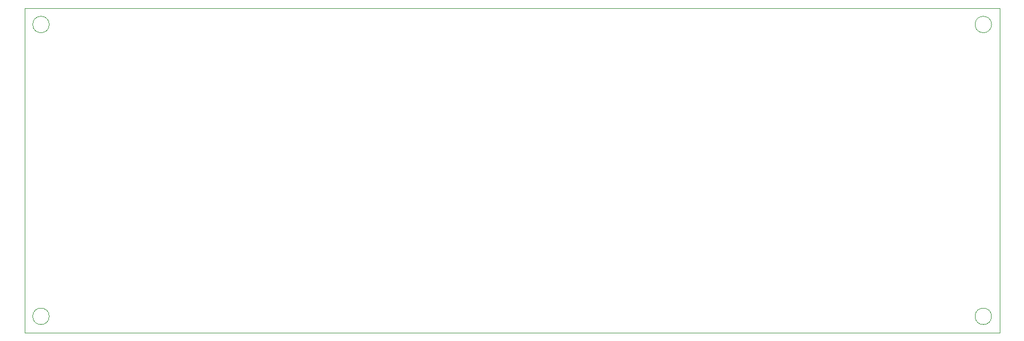
<source format=gm1>
%TF.GenerationSoftware,KiCad,Pcbnew,(6.0.6-0)*%
%TF.CreationDate,2022-08-20T19:49:01-04:00*%
%TF.ProjectId,SAO_Platform,53414f5f-506c-4617-9466-6f726d2e6b69,rev?*%
%TF.SameCoordinates,Original*%
%TF.FileFunction,Profile,NP*%
%FSLAX46Y46*%
G04 Gerber Fmt 4.6, Leading zero omitted, Abs format (unit mm)*
G04 Created by KiCad (PCBNEW (6.0.6-0)) date 2022-08-20 19:49:01*
%MOMM*%
%LPD*%
G01*
G04 APERTURE LIST*
%TA.AperFunction,Profile*%
%ADD10C,0.100000*%
%TD*%
G04 APERTURE END LIST*
D10*
X103770000Y-52500000D02*
G75*
G03*
X103770000Y-52500000I-1270000J0D01*
G01*
X248770000Y-97500000D02*
G75*
G03*
X248770000Y-97500000I-1270000J0D01*
G01*
X103770000Y-97500000D02*
G75*
G03*
X103770000Y-97500000I-1270000J0D01*
G01*
X100000000Y-50000000D02*
X250000000Y-50000000D01*
X250000000Y-50000000D02*
X250000000Y-100000000D01*
X250000000Y-100000000D02*
X100000000Y-100000000D01*
X248770000Y-52500000D02*
G75*
G03*
X248770000Y-52500000I-1270000J0D01*
G01*
X100000000Y-100000000D02*
X100000000Y-50000000D01*
M02*

</source>
